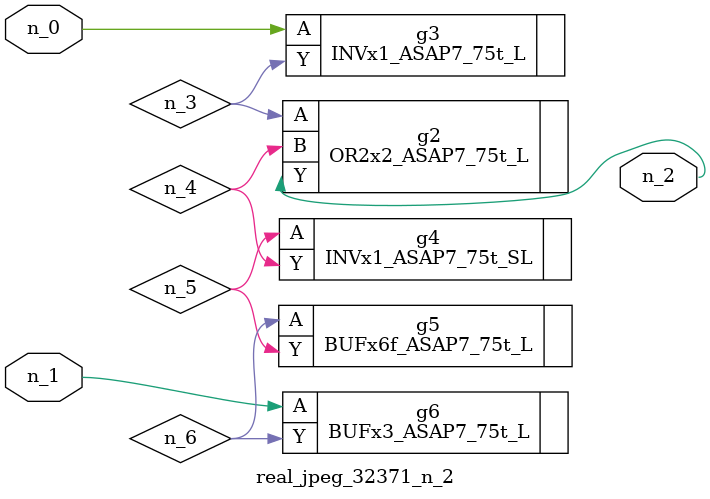
<source format=v>
module real_jpeg_32371_n_2 (n_1, n_0, n_2);

input n_1;
input n_0;

output n_2;

wire n_5;
wire n_4;
wire n_6;
wire n_3;

INVx1_ASAP7_75t_L g3 ( 
.A(n_0),
.Y(n_3)
);

BUFx3_ASAP7_75t_L g6 ( 
.A(n_1),
.Y(n_6)
);

OR2x2_ASAP7_75t_L g2 ( 
.A(n_3),
.B(n_4),
.Y(n_2)
);

INVx1_ASAP7_75t_SL g4 ( 
.A(n_5),
.Y(n_4)
);

BUFx6f_ASAP7_75t_L g5 ( 
.A(n_6),
.Y(n_5)
);


endmodule
</source>
